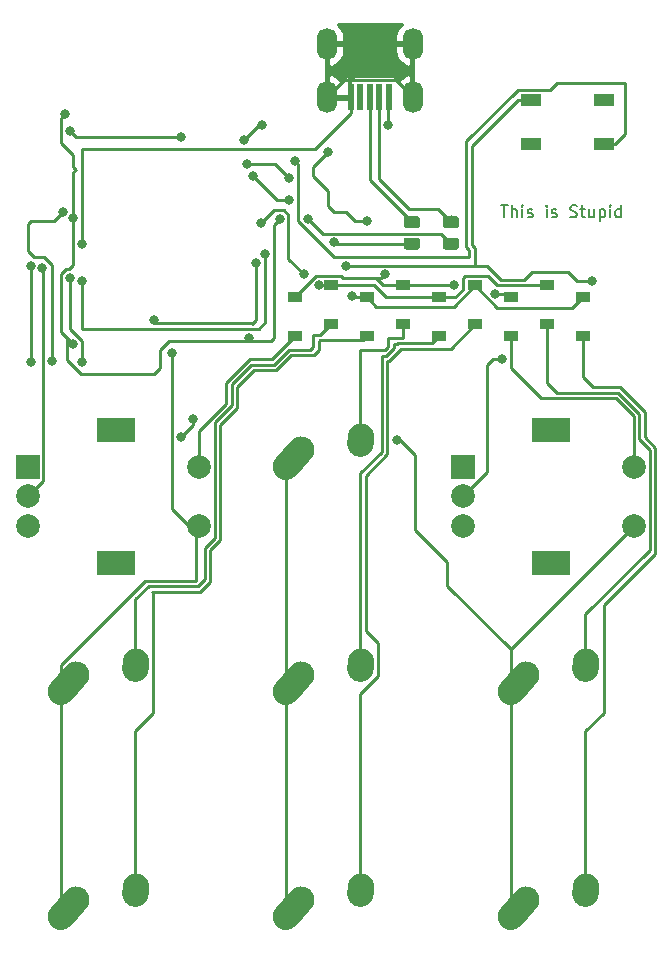
<source format=gtl>
%TF.GenerationSoftware,KiCad,Pcbnew,(5.1.9)-1*%
%TF.CreationDate,2021-04-28T07:42:15+10:00*%
%TF.ProjectId,Productivity Macro,50726f64-7563-4746-9976-697479204d61,rev?*%
%TF.SameCoordinates,Original*%
%TF.FileFunction,Copper,L1,Top*%
%TF.FilePolarity,Positive*%
%FSLAX46Y46*%
G04 Gerber Fmt 4.6, Leading zero omitted, Abs format (unit mm)*
G04 Created by KiCad (PCBNEW (5.1.9)-1) date 2021-04-28 07:42:15*
%MOMM*%
%LPD*%
G01*
G04 APERTURE LIST*
%TA.AperFunction,NonConductor*%
%ADD10C,0.150000*%
%TD*%
%TA.AperFunction,ComponentPad*%
%ADD11O,1.700000X2.700000*%
%TD*%
%TA.AperFunction,SMDPad,CuDef*%
%ADD12R,0.500000X2.250000*%
%TD*%
%TA.AperFunction,ComponentPad*%
%ADD13R,2.000000X2.000000*%
%TD*%
%TA.AperFunction,ComponentPad*%
%ADD14C,2.000000*%
%TD*%
%TA.AperFunction,ComponentPad*%
%ADD15R,3.200000X2.000000*%
%TD*%
%TA.AperFunction,SMDPad,CuDef*%
%ADD16R,1.800000X1.100000*%
%TD*%
%TA.AperFunction,ComponentPad*%
%ADD17C,2.250000*%
%TD*%
%TA.AperFunction,SMDPad,CuDef*%
%ADD18R,1.200000X0.900000*%
%TD*%
%TA.AperFunction,ViaPad*%
%ADD19C,0.800000*%
%TD*%
%TA.AperFunction,Conductor*%
%ADD20C,0.250000*%
%TD*%
%TA.AperFunction,Conductor*%
%ADD21C,0.254000*%
%TD*%
%TA.AperFunction,Conductor*%
%ADD22C,0.100000*%
%TD*%
G04 APERTURE END LIST*
D10*
X235903142Y-61174380D02*
X236474571Y-61174380D01*
X236188857Y-62174380D02*
X236188857Y-61174380D01*
X236807904Y-62174380D02*
X236807904Y-61174380D01*
X237236476Y-62174380D02*
X237236476Y-61650571D01*
X237188857Y-61555333D01*
X237093619Y-61507714D01*
X236950761Y-61507714D01*
X236855523Y-61555333D01*
X236807904Y-61602952D01*
X237712666Y-62174380D02*
X237712666Y-61507714D01*
X237712666Y-61174380D02*
X237665047Y-61222000D01*
X237712666Y-61269619D01*
X237760285Y-61222000D01*
X237712666Y-61174380D01*
X237712666Y-61269619D01*
X238141238Y-62126761D02*
X238236476Y-62174380D01*
X238426952Y-62174380D01*
X238522190Y-62126761D01*
X238569809Y-62031523D01*
X238569809Y-61983904D01*
X238522190Y-61888666D01*
X238426952Y-61841047D01*
X238284095Y-61841047D01*
X238188857Y-61793428D01*
X238141238Y-61698190D01*
X238141238Y-61650571D01*
X238188857Y-61555333D01*
X238284095Y-61507714D01*
X238426952Y-61507714D01*
X238522190Y-61555333D01*
X239760285Y-62174380D02*
X239760285Y-61507714D01*
X239760285Y-61174380D02*
X239712666Y-61222000D01*
X239760285Y-61269619D01*
X239807904Y-61222000D01*
X239760285Y-61174380D01*
X239760285Y-61269619D01*
X240188857Y-62126761D02*
X240284095Y-62174380D01*
X240474571Y-62174380D01*
X240569809Y-62126761D01*
X240617428Y-62031523D01*
X240617428Y-61983904D01*
X240569809Y-61888666D01*
X240474571Y-61841047D01*
X240331714Y-61841047D01*
X240236476Y-61793428D01*
X240188857Y-61698190D01*
X240188857Y-61650571D01*
X240236476Y-61555333D01*
X240331714Y-61507714D01*
X240474571Y-61507714D01*
X240569809Y-61555333D01*
X241760285Y-62126761D02*
X241903142Y-62174380D01*
X242141238Y-62174380D01*
X242236476Y-62126761D01*
X242284095Y-62079142D01*
X242331714Y-61983904D01*
X242331714Y-61888666D01*
X242284095Y-61793428D01*
X242236476Y-61745809D01*
X242141238Y-61698190D01*
X241950761Y-61650571D01*
X241855523Y-61602952D01*
X241807904Y-61555333D01*
X241760285Y-61460095D01*
X241760285Y-61364857D01*
X241807904Y-61269619D01*
X241855523Y-61222000D01*
X241950761Y-61174380D01*
X242188857Y-61174380D01*
X242331714Y-61222000D01*
X242617428Y-61507714D02*
X242998380Y-61507714D01*
X242760285Y-61174380D02*
X242760285Y-62031523D01*
X242807904Y-62126761D01*
X242903142Y-62174380D01*
X242998380Y-62174380D01*
X243760285Y-61507714D02*
X243760285Y-62174380D01*
X243331714Y-61507714D02*
X243331714Y-62031523D01*
X243379333Y-62126761D01*
X243474571Y-62174380D01*
X243617428Y-62174380D01*
X243712666Y-62126761D01*
X243760285Y-62079142D01*
X244236476Y-61507714D02*
X244236476Y-62507714D01*
X244236476Y-61555333D02*
X244331714Y-61507714D01*
X244522190Y-61507714D01*
X244617428Y-61555333D01*
X244665047Y-61602952D01*
X244712666Y-61698190D01*
X244712666Y-61983904D01*
X244665047Y-62079142D01*
X244617428Y-62126761D01*
X244522190Y-62174380D01*
X244331714Y-62174380D01*
X244236476Y-62126761D01*
X245141238Y-62174380D02*
X245141238Y-61507714D01*
X245141238Y-61174380D02*
X245093619Y-61222000D01*
X245141238Y-61269619D01*
X245188857Y-61222000D01*
X245141238Y-61174380D01*
X245141238Y-61269619D01*
X246046000Y-62174380D02*
X246046000Y-61174380D01*
X246046000Y-62126761D02*
X245950761Y-62174380D01*
X245760285Y-62174380D01*
X245665047Y-62126761D01*
X245617428Y-62079142D01*
X245569809Y-61983904D01*
X245569809Y-61698190D01*
X245617428Y-61602952D01*
X245665047Y-61555333D01*
X245760285Y-61507714D01*
X245950761Y-61507714D01*
X246046000Y-61555333D01*
D11*
%TO.P,USB1,6*%
%TO.N,GND*%
X228440000Y-47498000D03*
X221140000Y-47498000D03*
X221140000Y-51998000D03*
X228440000Y-51998000D03*
D12*
%TO.P,USB1,5*%
%TO.N,VCC*%
X226390000Y-51998000D03*
%TO.P,USB1,4*%
%TO.N,D-*%
X225590000Y-51998000D03*
%TO.P,USB1,3*%
%TO.N,D+*%
X224790000Y-51998000D03*
%TO.P,USB1,2*%
%TO.N,Net-(USB1-Pad2)*%
X223990000Y-51998000D03*
%TO.P,USB1,1*%
%TO.N,GND*%
X223190000Y-51998000D03*
%TD*%
D13*
%TO.P,SW3,A*%
%TO.N,PINA1*%
X232664000Y-83312000D03*
D14*
%TO.P,SW3,C*%
%TO.N,GND*%
X232664000Y-85812000D03*
%TO.P,SW3,B*%
%TO.N,PINB1*%
X232664000Y-88312000D03*
D15*
%TO.P,SW3,MP*%
%TO.N,N/C*%
X240164000Y-80212000D03*
X240164000Y-91412000D03*
D14*
%TO.P,SW3,S2*%
%TO.N,Net-(D2-Pad2)*%
X247164000Y-83312000D03*
%TO.P,SW3,S1*%
%TO.N,COL2*%
X247164000Y-88312000D03*
%TD*%
D13*
%TO.P,SW2,A*%
%TO.N,PINA*%
X195834000Y-83312000D03*
D14*
%TO.P,SW2,C*%
%TO.N,GND*%
X195834000Y-85812000D03*
%TO.P,SW2,B*%
%TO.N,PINB*%
X195834000Y-88312000D03*
D15*
%TO.P,SW2,MP*%
%TO.N,N/C*%
X203334000Y-80212000D03*
X203334000Y-91412000D03*
D14*
%TO.P,SW2,S2*%
%TO.N,Net-(D1-Pad2)*%
X210334000Y-83312000D03*
%TO.P,SW2,S1*%
%TO.N,COL0*%
X210334000Y-88312000D03*
%TD*%
D16*
%TO.P,SW1,4*%
%TO.N,N/C*%
X244654000Y-52252000D03*
%TO.P,SW1,3*%
X238454000Y-55952000D03*
%TO.P,SW1,2*%
%TO.N,Net-(R1-Pad2)*%
X244654000Y-55952000D03*
%TO.P,SW1,1*%
%TO.N,GND*%
X238454000Y-52252000D03*
%TD*%
%TO.P,R3,2*%
%TO.N,D-*%
%TA.AperFunction,SMDPad,CuDef*%
G36*
G01*
X232098001Y-63100000D02*
X231197999Y-63100000D01*
G75*
G02*
X230948000Y-62850001I0J249999D01*
G01*
X230948000Y-62324999D01*
G75*
G02*
X231197999Y-62075000I249999J0D01*
G01*
X232098001Y-62075000D01*
G75*
G02*
X232348000Y-62324999I0J-249999D01*
G01*
X232348000Y-62850001D01*
G75*
G02*
X232098001Y-63100000I-249999J0D01*
G01*
G37*
%TD.AperFunction*%
%TO.P,R3,1*%
%TO.N,Net-(R3-Pad1)*%
%TA.AperFunction,SMDPad,CuDef*%
G36*
G01*
X232098001Y-64925000D02*
X231197999Y-64925000D01*
G75*
G02*
X230948000Y-64675001I0J249999D01*
G01*
X230948000Y-64149999D01*
G75*
G02*
X231197999Y-63900000I249999J0D01*
G01*
X232098001Y-63900000D01*
G75*
G02*
X232348000Y-64149999I0J-249999D01*
G01*
X232348000Y-64675001D01*
G75*
G02*
X232098001Y-64925000I-249999J0D01*
G01*
G37*
%TD.AperFunction*%
%TD*%
%TO.P,R2,2*%
%TO.N,D+*%
%TA.AperFunction,SMDPad,CuDef*%
G36*
G01*
X228796001Y-63100000D02*
X227895999Y-63100000D01*
G75*
G02*
X227646000Y-62850001I0J249999D01*
G01*
X227646000Y-62324999D01*
G75*
G02*
X227895999Y-62075000I249999J0D01*
G01*
X228796001Y-62075000D01*
G75*
G02*
X229046000Y-62324999I0J-249999D01*
G01*
X229046000Y-62850001D01*
G75*
G02*
X228796001Y-63100000I-249999J0D01*
G01*
G37*
%TD.AperFunction*%
%TO.P,R2,1*%
%TO.N,Net-(R2-Pad1)*%
%TA.AperFunction,SMDPad,CuDef*%
G36*
G01*
X228796001Y-64925000D02*
X227895999Y-64925000D01*
G75*
G02*
X227646000Y-64675001I0J249999D01*
G01*
X227646000Y-64149999D01*
G75*
G02*
X227895999Y-63900000I249999J0D01*
G01*
X228796001Y-63900000D01*
G75*
G02*
X229046000Y-64149999I0J-249999D01*
G01*
X229046000Y-64675001D01*
G75*
G02*
X228796001Y-64925000I-249999J0D01*
G01*
G37*
%TD.AperFunction*%
%TD*%
D17*
%TO.P,MX7,1*%
%TO.N,COL2*%
X238038000Y-119952000D03*
%TA.AperFunction,ComponentPad*%
G36*
G01*
X235976688Y-122249350D02*
X235976683Y-122249345D01*
G75*
G02*
X235890655Y-120660683I751317J837345D01*
G01*
X237200657Y-119200683D01*
G75*
G02*
X238789319Y-119114655I837345J-751317D01*
G01*
X238789319Y-119114655D01*
G75*
G02*
X238875347Y-120703317I-751317J-837345D01*
G01*
X237565345Y-122163317D01*
G75*
G02*
X235976683Y-122249345I-837345J751317D01*
G01*
G37*
%TD.AperFunction*%
%TO.P,MX7,2*%
%TO.N,Net-(D9-Pad2)*%
X243078000Y-118872000D03*
%TA.AperFunction,ComponentPad*%
G36*
G01*
X242961483Y-120574395D02*
X242960597Y-120574334D01*
G75*
G02*
X241915666Y-119374597I77403J1122334D01*
G01*
X241955666Y-118794597D01*
G75*
G02*
X243155403Y-117749666I1122334J-77403D01*
G01*
X243155403Y-117749666D01*
G75*
G02*
X244200334Y-118949403I-77403J-1122334D01*
G01*
X244160334Y-119529403D01*
G75*
G02*
X242960597Y-120574334I-1122334J77403D01*
G01*
G37*
%TD.AperFunction*%
%TD*%
%TO.P,MX6,1*%
%TO.N,COL1*%
X218988000Y-119952000D03*
%TA.AperFunction,ComponentPad*%
G36*
G01*
X216926688Y-122249350D02*
X216926683Y-122249345D01*
G75*
G02*
X216840655Y-120660683I751317J837345D01*
G01*
X218150657Y-119200683D01*
G75*
G02*
X219739319Y-119114655I837345J-751317D01*
G01*
X219739319Y-119114655D01*
G75*
G02*
X219825347Y-120703317I-751317J-837345D01*
G01*
X218515345Y-122163317D01*
G75*
G02*
X216926683Y-122249345I-837345J751317D01*
G01*
G37*
%TD.AperFunction*%
%TO.P,MX6,2*%
%TO.N,Net-(D8-Pad2)*%
X224028000Y-118872000D03*
%TA.AperFunction,ComponentPad*%
G36*
G01*
X223911483Y-120574395D02*
X223910597Y-120574334D01*
G75*
G02*
X222865666Y-119374597I77403J1122334D01*
G01*
X222905666Y-118794597D01*
G75*
G02*
X224105403Y-117749666I1122334J-77403D01*
G01*
X224105403Y-117749666D01*
G75*
G02*
X225150334Y-118949403I-77403J-1122334D01*
G01*
X225110334Y-119529403D01*
G75*
G02*
X223910597Y-120574334I-1122334J77403D01*
G01*
G37*
%TD.AperFunction*%
%TD*%
%TO.P,MX5,1*%
%TO.N,COL0*%
X199938000Y-119952000D03*
%TA.AperFunction,ComponentPad*%
G36*
G01*
X197876688Y-122249350D02*
X197876683Y-122249345D01*
G75*
G02*
X197790655Y-120660683I751317J837345D01*
G01*
X199100657Y-119200683D01*
G75*
G02*
X200689319Y-119114655I837345J-751317D01*
G01*
X200689319Y-119114655D01*
G75*
G02*
X200775347Y-120703317I-751317J-837345D01*
G01*
X199465345Y-122163317D01*
G75*
G02*
X197876683Y-122249345I-837345J751317D01*
G01*
G37*
%TD.AperFunction*%
%TO.P,MX5,2*%
%TO.N,Net-(D7-Pad2)*%
X204978000Y-118872000D03*
%TA.AperFunction,ComponentPad*%
G36*
G01*
X204861483Y-120574395D02*
X204860597Y-120574334D01*
G75*
G02*
X203815666Y-119374597I77403J1122334D01*
G01*
X203855666Y-118794597D01*
G75*
G02*
X205055403Y-117749666I1122334J-77403D01*
G01*
X205055403Y-117749666D01*
G75*
G02*
X206100334Y-118949403I-77403J-1122334D01*
G01*
X206060334Y-119529403D01*
G75*
G02*
X204860597Y-120574334I-1122334J77403D01*
G01*
G37*
%TD.AperFunction*%
%TD*%
%TO.P,MX4,1*%
%TO.N,COL2*%
X238038000Y-100902000D03*
%TA.AperFunction,ComponentPad*%
G36*
G01*
X235976688Y-103199350D02*
X235976683Y-103199345D01*
G75*
G02*
X235890655Y-101610683I751317J837345D01*
G01*
X237200657Y-100150683D01*
G75*
G02*
X238789319Y-100064655I837345J-751317D01*
G01*
X238789319Y-100064655D01*
G75*
G02*
X238875347Y-101653317I-751317J-837345D01*
G01*
X237565345Y-103113317D01*
G75*
G02*
X235976683Y-103199345I-837345J751317D01*
G01*
G37*
%TD.AperFunction*%
%TO.P,MX4,2*%
%TO.N,Net-(D6-Pad2)*%
X243078000Y-99822000D03*
%TA.AperFunction,ComponentPad*%
G36*
G01*
X242961483Y-101524395D02*
X242960597Y-101524334D01*
G75*
G02*
X241915666Y-100324597I77403J1122334D01*
G01*
X241955666Y-99744597D01*
G75*
G02*
X243155403Y-98699666I1122334J-77403D01*
G01*
X243155403Y-98699666D01*
G75*
G02*
X244200334Y-99899403I-77403J-1122334D01*
G01*
X244160334Y-100479403D01*
G75*
G02*
X242960597Y-101524334I-1122334J77403D01*
G01*
G37*
%TD.AperFunction*%
%TD*%
%TO.P,MX3,1*%
%TO.N,COL1*%
X218988000Y-100902000D03*
%TA.AperFunction,ComponentPad*%
G36*
G01*
X216926688Y-103199350D02*
X216926683Y-103199345D01*
G75*
G02*
X216840655Y-101610683I751317J837345D01*
G01*
X218150657Y-100150683D01*
G75*
G02*
X219739319Y-100064655I837345J-751317D01*
G01*
X219739319Y-100064655D01*
G75*
G02*
X219825347Y-101653317I-751317J-837345D01*
G01*
X218515345Y-103113317D01*
G75*
G02*
X216926683Y-103199345I-837345J751317D01*
G01*
G37*
%TD.AperFunction*%
%TO.P,MX3,2*%
%TO.N,Net-(D5-Pad2)*%
X224028000Y-99822000D03*
%TA.AperFunction,ComponentPad*%
G36*
G01*
X223911483Y-101524395D02*
X223910597Y-101524334D01*
G75*
G02*
X222865666Y-100324597I77403J1122334D01*
G01*
X222905666Y-99744597D01*
G75*
G02*
X224105403Y-98699666I1122334J-77403D01*
G01*
X224105403Y-98699666D01*
G75*
G02*
X225150334Y-99899403I-77403J-1122334D01*
G01*
X225110334Y-100479403D01*
G75*
G02*
X223910597Y-101524334I-1122334J77403D01*
G01*
G37*
%TD.AperFunction*%
%TD*%
%TO.P,MX2,1*%
%TO.N,COL0*%
X199938000Y-100902000D03*
%TA.AperFunction,ComponentPad*%
G36*
G01*
X197876688Y-103199350D02*
X197876683Y-103199345D01*
G75*
G02*
X197790655Y-101610683I751317J837345D01*
G01*
X199100657Y-100150683D01*
G75*
G02*
X200689319Y-100064655I837345J-751317D01*
G01*
X200689319Y-100064655D01*
G75*
G02*
X200775347Y-101653317I-751317J-837345D01*
G01*
X199465345Y-103113317D01*
G75*
G02*
X197876683Y-103199345I-837345J751317D01*
G01*
G37*
%TD.AperFunction*%
%TO.P,MX2,2*%
%TO.N,Net-(D4-Pad2)*%
X204978000Y-99822000D03*
%TA.AperFunction,ComponentPad*%
G36*
G01*
X204861483Y-101524395D02*
X204860597Y-101524334D01*
G75*
G02*
X203815666Y-100324597I77403J1122334D01*
G01*
X203855666Y-99744597D01*
G75*
G02*
X205055403Y-98699666I1122334J-77403D01*
G01*
X205055403Y-98699666D01*
G75*
G02*
X206100334Y-99899403I-77403J-1122334D01*
G01*
X206060334Y-100479403D01*
G75*
G02*
X204860597Y-101524334I-1122334J77403D01*
G01*
G37*
%TD.AperFunction*%
%TD*%
%TO.P,MX1,1*%
%TO.N,COL1*%
X218988000Y-81852000D03*
%TA.AperFunction,ComponentPad*%
G36*
G01*
X216926688Y-84149350D02*
X216926683Y-84149345D01*
G75*
G02*
X216840655Y-82560683I751317J837345D01*
G01*
X218150657Y-81100683D01*
G75*
G02*
X219739319Y-81014655I837345J-751317D01*
G01*
X219739319Y-81014655D01*
G75*
G02*
X219825347Y-82603317I-751317J-837345D01*
G01*
X218515345Y-84063317D01*
G75*
G02*
X216926683Y-84149345I-837345J751317D01*
G01*
G37*
%TD.AperFunction*%
%TO.P,MX1,2*%
%TO.N,Net-(D3-Pad2)*%
X224028000Y-80772000D03*
%TA.AperFunction,ComponentPad*%
G36*
G01*
X223911483Y-82474395D02*
X223910597Y-82474334D01*
G75*
G02*
X222865666Y-81274597I77403J1122334D01*
G01*
X222905666Y-80694597D01*
G75*
G02*
X224105403Y-79649666I1122334J-77403D01*
G01*
X224105403Y-79649666D01*
G75*
G02*
X225150334Y-80849403I-77403J-1122334D01*
G01*
X225110334Y-81429403D01*
G75*
G02*
X223910597Y-82474334I-1122334J77403D01*
G01*
G37*
%TD.AperFunction*%
%TD*%
D18*
%TO.P,D9,2*%
%TO.N,Net-(D9-Pad2)*%
X242824000Y-72262000D03*
%TO.P,D9,1*%
%TO.N,ROW2*%
X242824000Y-68962000D03*
%TD*%
%TO.P,D8,2*%
%TO.N,Net-(D8-Pad2)*%
X233680000Y-71246000D03*
%TO.P,D8,1*%
%TO.N,ROW2*%
X233680000Y-67946000D03*
%TD*%
%TO.P,D7,2*%
%TO.N,Net-(D7-Pad2)*%
X224536000Y-72262000D03*
%TO.P,D7,1*%
%TO.N,ROW2*%
X224536000Y-68962000D03*
%TD*%
%TO.P,D6,2*%
%TO.N,Net-(D6-Pad2)*%
X239776000Y-71246000D03*
%TO.P,D6,1*%
%TO.N,ROW1*%
X239776000Y-67946000D03*
%TD*%
%TO.P,D5,2*%
%TO.N,Net-(D5-Pad2)*%
X230632000Y-72262000D03*
%TO.P,D5,1*%
%TO.N,ROW1*%
X230632000Y-68962000D03*
%TD*%
%TO.P,D4,2*%
%TO.N,Net-(D4-Pad2)*%
X221488000Y-71246000D03*
%TO.P,D4,1*%
%TO.N,ROW1*%
X221488000Y-67946000D03*
%TD*%
%TO.P,D3,2*%
%TO.N,Net-(D3-Pad2)*%
X227584000Y-71246000D03*
%TO.P,D3,1*%
%TO.N,ROW0*%
X227584000Y-67946000D03*
%TD*%
%TO.P,D2,2*%
%TO.N,Net-(D2-Pad2)*%
X236728000Y-72262000D03*
%TO.P,D2,1*%
%TO.N,ROW0*%
X236728000Y-68962000D03*
%TD*%
%TO.P,D1,2*%
%TO.N,Net-(D1-Pad2)*%
X218440000Y-72262000D03*
%TO.P,D1,1*%
%TO.N,ROW0*%
X218440000Y-68962000D03*
%TD*%
D19*
%TO.N,GND*%
X222758000Y-66294000D03*
X200406000Y-64479000D03*
X214413000Y-57658000D03*
X217969000Y-58891000D03*
X235966000Y-74168000D03*
X243586000Y-67564000D03*
X197072588Y-66468891D03*
%TO.N,+5V*%
X199013653Y-53462347D03*
X199681000Y-62230000D03*
X199681000Y-62230000D03*
X199657847Y-72921153D03*
X217169999Y-62324990D03*
X214599442Y-72359442D03*
X214921000Y-58682953D03*
X217969000Y-60706000D03*
%TO.N,ROW0*%
X231939000Y-67940142D03*
X235422782Y-68652389D03*
X226060000Y-67019000D03*
X224536000Y-62484000D03*
X221234000Y-56642000D03*
X215646000Y-54356000D03*
X214122000Y-55626000D03*
%TO.N,ROW1*%
X220501653Y-67925652D03*
X219202000Y-67019000D03*
X215562993Y-62683292D03*
%TO.N,ROW2*%
X223266000Y-68834000D03*
%TO.N,VCC*%
X226315000Y-54356000D03*
%TO.N,COL0*%
X208026000Y-73660000D03*
%TO.N,COL2*%
X227076000Y-81026000D03*
%TO.N,Net-(R1-Pad2)*%
X218440000Y-57404000D03*
X208788000Y-55372000D03*
X199390000Y-54864000D03*
%TO.N,Net-(R2-Pad1)*%
X221742000Y-64299990D03*
X215138000Y-66040000D03*
X206502000Y-70903000D03*
X200406000Y-74422000D03*
X199390000Y-67310000D03*
%TO.N,Net-(R3-Pad1)*%
X219587653Y-62352347D03*
X215943348Y-65321348D03*
X200406000Y-67564000D03*
%TO.N,PINA*%
X196088000Y-74422000D03*
X196088000Y-66294000D03*
%TO.N,PINB*%
X197884001Y-74385000D03*
X198837120Y-61693465D03*
%TO.N,PINB1*%
X209808653Y-79243347D03*
X208788000Y-80772000D03*
%TD*%
D20*
%TO.N,GND*%
X223190000Y-53373000D02*
X220175000Y-56388000D01*
X223190000Y-51998000D02*
X223190000Y-53373000D01*
X220175000Y-56388000D02*
X200406000Y-56388000D01*
X200406000Y-56388000D02*
X200406000Y-64262000D01*
X238454000Y-52252000D02*
X237308000Y-52252000D01*
X237308000Y-52252000D02*
X233426000Y-56134000D01*
X233680000Y-64793780D02*
X233680000Y-66294000D01*
X233426000Y-64539780D02*
X233680000Y-64793780D01*
X233426000Y-56134000D02*
X233426000Y-64539780D01*
X200406000Y-64262000D02*
X200406000Y-64479000D01*
X216736000Y-57658000D02*
X217969000Y-58891000D01*
X214413000Y-57658000D02*
X216736000Y-57658000D01*
X232664000Y-85812000D02*
X234696000Y-83780000D01*
X234696000Y-83780000D02*
X234696000Y-74676000D01*
X235204000Y-74168000D02*
X235966000Y-74168000D01*
X234696000Y-74676000D02*
X235204000Y-74168000D01*
X243586000Y-67564000D02*
X242316000Y-67564000D01*
X242316000Y-67564000D02*
X241554000Y-66802000D01*
X238506000Y-66802000D02*
X237812010Y-67495990D01*
X241554000Y-66802000D02*
X238506000Y-66802000D01*
X237812010Y-67495990D02*
X235897990Y-67495990D01*
X234696000Y-66294000D02*
X233426000Y-66294000D01*
X235897990Y-67495990D02*
X234696000Y-66294000D01*
X233426000Y-66294000D02*
X222758000Y-66294000D01*
X233680000Y-66294000D02*
X233426000Y-66294000D01*
X197159001Y-84486999D02*
X197159001Y-76652999D01*
X195834000Y-85812000D02*
X197159001Y-84486999D01*
X197159001Y-76652999D02*
X197159001Y-66603001D01*
X221140000Y-51998000D02*
X221140000Y-47498000D01*
X221140000Y-47498000D02*
X228440000Y-47498000D01*
X228440000Y-47498000D02*
X228440000Y-51998000D01*
X222590001Y-50547999D02*
X221140000Y-51998000D01*
X226989999Y-50547999D02*
X222590001Y-50547999D01*
X228440000Y-51998000D02*
X226989999Y-50547999D01*
X221140000Y-51998000D02*
X223190000Y-51998000D01*
X197159001Y-66555304D02*
X197072588Y-66468891D01*
X197159001Y-66603001D02*
X197159001Y-66555304D01*
%TO.N,+5V*%
X198613654Y-53862346D02*
X198613654Y-55865654D01*
X199013653Y-53462347D02*
X198613654Y-53862346D01*
X198613654Y-55865654D02*
X199644000Y-56896000D01*
X199644000Y-56896000D02*
X199644000Y-57912000D01*
X199644000Y-57912000D02*
X199898000Y-58166000D01*
X199898000Y-58166000D02*
X199681000Y-58383000D01*
X199353001Y-66584999D02*
X199041999Y-66584999D01*
X199681000Y-66257000D02*
X199353001Y-66584999D01*
X199681000Y-61251000D02*
X199681000Y-66257000D01*
X199681000Y-58383000D02*
X199681000Y-61251000D01*
X199681000Y-61251000D02*
X199681000Y-62230000D01*
X199041999Y-66584999D02*
X198853499Y-66773499D01*
X198664999Y-66961999D02*
X198664999Y-71928305D01*
X198853499Y-66773499D02*
X198664999Y-66961999D01*
X199131347Y-72394653D02*
X199131347Y-74220349D01*
X198664999Y-71928305D02*
X199131347Y-72394653D01*
X199131347Y-74220349D02*
X200348998Y-75438000D01*
X199131347Y-72394653D02*
X199657847Y-72921153D01*
X200348998Y-75438000D02*
X206502000Y-75438000D01*
X206502000Y-75438000D02*
X207010000Y-74930000D01*
X207010000Y-74930000D02*
X207010000Y-73406000D01*
X207010000Y-73406000D02*
X207772000Y-72644000D01*
X216668349Y-62826640D02*
X217169999Y-62324990D01*
X216668349Y-72383651D02*
X216668349Y-62826640D01*
X216408000Y-72644000D02*
X216668349Y-72383651D01*
X214314884Y-72644000D02*
X214599442Y-72359442D01*
X214122000Y-72644000D02*
X216408000Y-72644000D01*
X207772000Y-72644000D02*
X214122000Y-72644000D01*
X214122000Y-72644000D02*
X214314884Y-72644000D01*
X216944047Y-60706000D02*
X217969000Y-60706000D01*
X214921000Y-58682953D02*
X216944047Y-60706000D01*
%TO.N,Net-(D1-Pad2)*%
X210334000Y-83312000D02*
X210334000Y-80242000D01*
X210334000Y-80242000D02*
X212598000Y-77978000D01*
X212598000Y-77978000D02*
X212598000Y-76200000D01*
X212598000Y-76200000D02*
X214630000Y-74168000D01*
X216534000Y-74168000D02*
X218440000Y-72262000D01*
X214630000Y-74168000D02*
X216534000Y-74168000D01*
%TO.N,ROW0*%
X222348001Y-67170999D02*
X222504000Y-67326998D01*
X218440000Y-68962000D02*
X220231001Y-67170999D01*
X225934000Y-67946000D02*
X227584000Y-67946000D01*
X225314998Y-67326998D02*
X225934000Y-67946000D01*
X231933142Y-67946000D02*
X231939000Y-67940142D01*
X227584000Y-67946000D02*
X231933142Y-67946000D01*
X236418389Y-68652389D02*
X236728000Y-68962000D01*
X235422782Y-68652389D02*
X236418389Y-68652389D01*
X220231001Y-67170999D02*
X222348001Y-67170999D01*
X225752002Y-67326998D02*
X226060000Y-67019000D01*
X224806998Y-67326998D02*
X225752002Y-67326998D01*
X222504000Y-67326998D02*
X224806998Y-67326998D01*
X224806998Y-67326998D02*
X225314998Y-67326998D01*
X224536000Y-62484000D02*
X223520000Y-62484000D01*
X223520000Y-62484000D02*
X222758000Y-61722000D01*
X222758000Y-61722000D02*
X221742000Y-61722000D01*
X221742000Y-61722000D02*
X221234000Y-61214000D01*
X221234000Y-61214000D02*
X221234000Y-59944000D01*
X221234000Y-59944000D02*
X219964000Y-58674000D01*
X219964000Y-57912000D02*
X221234000Y-56642000D01*
X219964000Y-58674000D02*
X219964000Y-57912000D01*
X215392000Y-54356000D02*
X214122000Y-55626000D01*
X215646000Y-54356000D02*
X215392000Y-54356000D01*
%TO.N,Net-(D2-Pad2)*%
X247164000Y-83312000D02*
X247164000Y-79016000D01*
X247164000Y-79016000D02*
X245618000Y-77470000D01*
X245618000Y-77470000D02*
X239268000Y-77470000D01*
X236728000Y-74930000D02*
X236728000Y-72262000D01*
X239268000Y-77470000D02*
X236728000Y-74930000D01*
%TO.N,Net-(D3-Pad2)*%
X223988000Y-81352000D02*
X223988000Y-73446000D01*
X223988000Y-73446000D02*
X224028000Y-73406000D01*
X224028000Y-73406000D02*
X226060000Y-73406000D01*
X226060000Y-73406000D02*
X226314000Y-73152000D01*
X226314000Y-73152000D02*
X226314000Y-72390000D01*
X226314000Y-72390000D02*
X227584000Y-72390000D01*
X227584000Y-72390000D02*
X227584000Y-71246000D01*
%TO.N,Net-(D4-Pad2)*%
X204938000Y-100402000D02*
X204938000Y-100878000D01*
X204938000Y-100402000D02*
X204938000Y-94528000D01*
X210244400Y-93414010D02*
X210820000Y-92838410D01*
X206051990Y-93414010D02*
X210244400Y-93414010D01*
X204938000Y-94528000D02*
X206051990Y-93414010D01*
X210820000Y-92838410D02*
X210820000Y-90170000D01*
X211659001Y-79553409D02*
X213106000Y-78106410D01*
X211659001Y-89330999D02*
X211659001Y-79553409D01*
X210820000Y-90170000D02*
X211659001Y-89330999D01*
X213106000Y-78106410D02*
X213106000Y-76328410D01*
X213106000Y-76328410D02*
X214758410Y-74676000D01*
X214758410Y-74676000D02*
X216662000Y-74676000D01*
X216719990Y-74618010D02*
X216720401Y-74618009D01*
X216662000Y-74676000D02*
X216719990Y-74618010D01*
X216720401Y-74618009D02*
X217932410Y-73406000D01*
X217932410Y-73406000D02*
X219710000Y-73406000D01*
X219710000Y-73406000D02*
X219964000Y-73152000D01*
X219964000Y-73152000D02*
X219964000Y-72136000D01*
X220598000Y-72136000D02*
X221488000Y-71246000D01*
X219964000Y-72136000D02*
X220598000Y-72136000D01*
%TO.N,ROW1*%
X226171002Y-68962000D02*
X230632000Y-68962000D01*
X225155002Y-67946000D02*
X226171002Y-68962000D01*
X221488000Y-67946000D02*
X225155002Y-67946000D01*
X230632000Y-68962000D02*
X232027590Y-68962000D01*
X232027590Y-68962000D02*
X232664000Y-68325590D01*
X232819999Y-67170999D02*
X234810999Y-67170999D01*
X232664000Y-67326998D02*
X232819999Y-67170999D01*
X232664000Y-68325590D02*
X232664000Y-67326998D01*
X235586000Y-67946000D02*
X239776000Y-67946000D01*
X234810999Y-67170999D02*
X235586000Y-67946000D01*
X220522001Y-67946000D02*
X220501653Y-67925652D01*
X221488000Y-67946000D02*
X220522001Y-67946000D01*
X217518000Y-61599989D02*
X216646296Y-61599989D01*
X216646296Y-61599989D02*
X215562993Y-62683292D01*
X217895000Y-61976989D02*
X217518000Y-61599989D01*
X217895000Y-65712000D02*
X217895000Y-61976989D01*
X219202000Y-67019000D02*
X217895000Y-65712000D01*
%TO.N,Net-(D5-Pad2)*%
X223988000Y-100402000D02*
X223988000Y-83860000D01*
X223988000Y-83860000D02*
X225806000Y-82042000D01*
X225806000Y-82042000D02*
X225806000Y-73914000D01*
X226188410Y-73914000D02*
X226822000Y-73280410D01*
X225806000Y-73914000D02*
X226188410Y-73914000D01*
X226822000Y-73280410D02*
X226822000Y-72898000D01*
X230053990Y-72840010D02*
X230632000Y-72262000D01*
X227133990Y-72840010D02*
X230053990Y-72840010D01*
X227076000Y-72898000D02*
X227133990Y-72840010D01*
X226822000Y-72898000D02*
X227076000Y-72898000D01*
%TO.N,Net-(D6-Pad2)*%
X243038000Y-100402000D02*
X243038000Y-95798000D01*
X248489001Y-90346999D02*
X248489001Y-81865001D01*
X243038000Y-95798000D02*
X248489001Y-90346999D01*
X248489001Y-81865001D02*
X247614010Y-80990010D01*
X247614009Y-78829599D02*
X245804400Y-77019990D01*
X247614010Y-80990010D02*
X247614009Y-78829599D01*
X245804400Y-77019990D02*
X240595990Y-77019990D01*
X239776000Y-76200000D02*
X239776000Y-71246000D01*
X240595990Y-77019990D02*
X239776000Y-76200000D01*
%TO.N,Net-(D7-Pad2)*%
X206465896Y-104178102D02*
X206465896Y-93943896D01*
X204938000Y-105705998D02*
X206465896Y-104178102D01*
X206465896Y-93943896D02*
X206386020Y-93864020D01*
X204938000Y-119452000D02*
X204938000Y-105705998D01*
X210430801Y-93864019D02*
X211270010Y-93024810D01*
X206386020Y-93864020D02*
X210430801Y-93864019D01*
X211270010Y-90356400D02*
X212109010Y-89517400D01*
X211270010Y-93024810D02*
X211270010Y-90356400D01*
X212109010Y-89517400D02*
X212109010Y-79739810D01*
X213556010Y-78292810D02*
X213556010Y-76514810D01*
X212109010Y-79739810D02*
X213556010Y-78292810D01*
X213556010Y-76514810D02*
X214944810Y-75126010D01*
X214944810Y-75126010D02*
X216848810Y-75126010D01*
X218118810Y-73856010D02*
X220021990Y-73856010D01*
X216848810Y-75126010D02*
X218118810Y-73856010D01*
X220021990Y-73856010D02*
X220472000Y-73406000D01*
X220472000Y-73406000D02*
X220472000Y-72644000D01*
X224211990Y-72586010D02*
X224536000Y-72262000D01*
X220529990Y-72586010D02*
X224211990Y-72586010D01*
X220472000Y-72644000D02*
X220529990Y-72586010D01*
%TO.N,ROW2*%
X231888999Y-69737001D02*
X233680000Y-67946000D01*
X225311001Y-69737001D02*
X231888999Y-69737001D01*
X224536000Y-68962000D02*
X225311001Y-69737001D01*
X233680000Y-67946000D02*
X235584000Y-69850000D01*
X241936000Y-69850000D02*
X242824000Y-68962000D01*
X235584000Y-69850000D02*
X241936000Y-69850000D01*
X223394000Y-68962000D02*
X223266000Y-68834000D01*
X224536000Y-68962000D02*
X223394000Y-68962000D01*
%TO.N,Net-(D8-Pad2)*%
X225515896Y-98261896D02*
X224438010Y-97184010D01*
X225515896Y-100978306D02*
X225515896Y-98261896D01*
X223988000Y-102506202D02*
X225515896Y-100978306D01*
X223988000Y-119452000D02*
X223988000Y-102506202D01*
X224438010Y-84046400D02*
X226256010Y-82228400D01*
X224438010Y-97184010D02*
X224438010Y-84046400D01*
X226256010Y-74364010D02*
X226374811Y-74364009D01*
X226256010Y-82228400D02*
X226256010Y-74364010D01*
X231635980Y-73290020D02*
X233680000Y-71246000D01*
X227448800Y-73290020D02*
X231635980Y-73290020D01*
X226374811Y-74364009D02*
X227448800Y-73290020D01*
%TO.N,Net-(D9-Pad2)*%
X243038000Y-105705998D02*
X244602000Y-104141998D01*
X243038000Y-119452000D02*
X243038000Y-105705998D01*
X244602000Y-104141998D02*
X244602000Y-94996000D01*
X248939011Y-90658989D02*
X248939010Y-81678600D01*
X244602000Y-94996000D02*
X248939011Y-90658989D01*
X248064018Y-78643198D02*
X245990800Y-76569980D01*
X248064018Y-80803608D02*
X248064018Y-78643198D01*
X248939010Y-81678600D02*
X248064018Y-80803608D01*
X245990800Y-76569980D02*
X243701980Y-76569980D01*
X242824000Y-75692000D02*
X242824000Y-72262000D01*
X243701980Y-76569980D02*
X242824000Y-75692000D01*
%TO.N,VCC*%
X226315000Y-52073000D02*
X226390000Y-51998000D01*
X226315000Y-54356000D02*
X226315000Y-52073000D01*
%TO.N,COL1*%
X217678000Y-83312000D02*
X217678000Y-102362000D01*
X217678000Y-102362000D02*
X217678000Y-121412000D01*
%TO.N,COL0*%
X198628000Y-121412000D02*
X198628000Y-102362000D01*
X198628000Y-102362000D02*
X198628000Y-100076000D01*
X198628000Y-100076000D02*
X205740000Y-92964000D01*
X205740000Y-92964000D02*
X210058000Y-92964000D01*
X210058000Y-88588000D02*
X210334000Y-88312000D01*
X210058000Y-92964000D02*
X210058000Y-88588000D01*
X210334000Y-88312000D02*
X209470000Y-88312000D01*
X208026000Y-86868000D02*
X208026000Y-73660000D01*
X209470000Y-88312000D02*
X208026000Y-86868000D01*
%TO.N,COL2*%
X236728000Y-102212000D02*
X238038000Y-100902000D01*
X236728000Y-121412000D02*
X236728000Y-102212000D01*
X236728000Y-98748000D02*
X247164000Y-88312000D01*
X236728000Y-102362000D02*
X236728000Y-98748000D01*
X231338999Y-93358999D02*
X231338999Y-91384999D01*
X236728000Y-98748000D02*
X231338999Y-93358999D01*
X231338999Y-91384999D02*
X228600000Y-88646000D01*
X228600000Y-88646000D02*
X228600000Y-82296000D01*
X227330000Y-81026000D02*
X227076000Y-81026000D01*
X228600000Y-82296000D02*
X227330000Y-81026000D01*
%TO.N,Net-(R1-Pad2)*%
X237293999Y-51376999D02*
X232918000Y-55752998D01*
X240078999Y-51376999D02*
X237293999Y-51376999D01*
X232918000Y-64668190D02*
X233172000Y-64922190D01*
X232918000Y-55752998D02*
X232918000Y-64668190D01*
X233172000Y-64922190D02*
X233172000Y-65532000D01*
X233172000Y-65532000D02*
X221742000Y-65532000D01*
X221742000Y-65532000D02*
X218694000Y-62484000D01*
X218694000Y-57658000D02*
X218440000Y-57404000D01*
X218694000Y-62484000D02*
X218694000Y-57658000D01*
X199898000Y-55372000D02*
X199390000Y-54864000D01*
X208788000Y-55372000D02*
X199898000Y-55372000D01*
X244654000Y-55952000D02*
X245546000Y-55952000D01*
X245546000Y-55952000D02*
X246380000Y-55118000D01*
X246380000Y-55118000D02*
X246380000Y-50800000D01*
X240655998Y-50800000D02*
X240078999Y-51376999D01*
X246380000Y-50800000D02*
X240655998Y-50800000D01*
%TO.N,D+*%
X224790000Y-59031500D02*
X224790000Y-51998000D01*
X228346000Y-62587500D02*
X224790000Y-59031500D01*
%TO.N,Net-(R2-Pad1)*%
X221854510Y-64412500D02*
X221742000Y-64299990D01*
X228346000Y-64412500D02*
X221854510Y-64412500D01*
X215138000Y-66040000D02*
X215138000Y-70866000D01*
X215138000Y-70866000D02*
X214884000Y-71120000D01*
X214884000Y-71120000D02*
X214826010Y-71177990D01*
X206719000Y-71120000D02*
X206502000Y-70903000D01*
X214884000Y-71120000D02*
X206719000Y-71120000D01*
X200406000Y-74422000D02*
X200406000Y-72644000D01*
X199390000Y-71628000D02*
X199390000Y-67310000D01*
X200406000Y-72644000D02*
X199390000Y-71628000D01*
%TO.N,D-*%
X231648000Y-62587500D02*
X231648000Y-62075000D01*
X230528500Y-61468000D02*
X231648000Y-62587500D01*
X228092000Y-61468000D02*
X230528500Y-61468000D01*
X225590000Y-58966000D02*
X228092000Y-61468000D01*
X225590000Y-51998000D02*
X225590000Y-58966000D01*
%TO.N,Net-(R3-Pad1)*%
X220810296Y-63574990D02*
X219587653Y-62352347D01*
X230810490Y-63574990D02*
X220810296Y-63574990D01*
X231648000Y-64412500D02*
X230810490Y-63574990D01*
X215943348Y-65321348D02*
X215943348Y-71076652D01*
X215943348Y-71076652D02*
X215392000Y-71628000D01*
X215392000Y-71628000D02*
X200406000Y-71628000D01*
X200406000Y-71628000D02*
X200406000Y-67564000D01*
%TO.N,PINA*%
X196088000Y-74422000D02*
X196088000Y-66294000D01*
%TO.N,PINB*%
X197884001Y-66254999D02*
X197161002Y-65532000D01*
X197884001Y-74385000D02*
X197884001Y-66254999D01*
X197161002Y-65532000D02*
X196342000Y-65532000D01*
X196342000Y-65532000D02*
X195834000Y-65024000D01*
X195834000Y-65024000D02*
X195834000Y-62738000D01*
X195834000Y-62738000D02*
X196088000Y-62484000D01*
X198046585Y-62484000D02*
X198837120Y-61693465D01*
X196088000Y-62484000D02*
X198046585Y-62484000D01*
%TO.N,PINB1*%
X209808653Y-79751347D02*
X208788000Y-80772000D01*
X209808653Y-79243347D02*
X209808653Y-79751347D01*
%TD*%
D21*
%TO.N,GND*%
X227479748Y-45858143D02*
X227275824Y-46067381D01*
X227116639Y-46312382D01*
X227008310Y-46583731D01*
X226955000Y-46871000D01*
X226955000Y-47371000D01*
X228313000Y-47371000D01*
X228313000Y-47351000D01*
X228473000Y-47351000D01*
X228473000Y-52145000D01*
X228313000Y-52145000D01*
X228313000Y-52125000D01*
X228293000Y-52125000D01*
X228293000Y-51871000D01*
X228313000Y-51871000D01*
X228313000Y-50177845D01*
X228083110Y-50056524D01*
X227989047Y-50077437D01*
X227720574Y-50192709D01*
X227479748Y-50358143D01*
X227275824Y-50567381D01*
X227231540Y-50635538D01*
X227229502Y-50628820D01*
X227170537Y-50518506D01*
X227091185Y-50421815D01*
X226994494Y-50342463D01*
X226884180Y-50283498D01*
X226764482Y-50247188D01*
X226640000Y-50234928D01*
X226140000Y-50234928D01*
X226015518Y-50247188D01*
X225990000Y-50254929D01*
X225964482Y-50247188D01*
X225840000Y-50234928D01*
X225340000Y-50234928D01*
X225215518Y-50247188D01*
X225190000Y-50254929D01*
X225164482Y-50247188D01*
X225040000Y-50234928D01*
X224540000Y-50234928D01*
X224415518Y-50247188D01*
X224390000Y-50254929D01*
X224364482Y-50247188D01*
X224240000Y-50234928D01*
X223740000Y-50234928D01*
X223615518Y-50247188D01*
X223590734Y-50254706D01*
X223571361Y-50248596D01*
X223471750Y-50238000D01*
X223313000Y-50396750D01*
X223313000Y-50401967D01*
X223288815Y-50421815D01*
X223209463Y-50518506D01*
X223150498Y-50628820D01*
X223114188Y-50748518D01*
X223101928Y-50873000D01*
X223101928Y-52145000D01*
X223067000Y-52145000D01*
X223067000Y-52125000D01*
X221267000Y-52125000D01*
X221267000Y-52145000D01*
X221107000Y-52145000D01*
X221107000Y-50177845D01*
X221267000Y-50177845D01*
X221267000Y-51871000D01*
X223067000Y-51871000D01*
X223067000Y-50396750D01*
X222908250Y-50238000D01*
X222808639Y-50248596D01*
X222689348Y-50286221D01*
X222579689Y-50346396D01*
X222483877Y-50426807D01*
X222405594Y-50524366D01*
X222348057Y-50634918D01*
X222304176Y-50567381D01*
X222100252Y-50358143D01*
X221859426Y-50192709D01*
X221590953Y-50077437D01*
X221496890Y-50056524D01*
X221267000Y-50177845D01*
X221107000Y-50177845D01*
X221107000Y-47625000D01*
X221267000Y-47625000D01*
X221267000Y-49318155D01*
X221496890Y-49439476D01*
X221590953Y-49418563D01*
X221859426Y-49303291D01*
X222100252Y-49137857D01*
X222304176Y-48928619D01*
X222463361Y-48683618D01*
X222571690Y-48412269D01*
X222625000Y-48125000D01*
X222625000Y-47625000D01*
X226955000Y-47625000D01*
X226955000Y-48125000D01*
X227008310Y-48412269D01*
X227116639Y-48683618D01*
X227275824Y-48928619D01*
X227479748Y-49137857D01*
X227720574Y-49303291D01*
X227989047Y-49418563D01*
X228083110Y-49439476D01*
X228313000Y-49318155D01*
X228313000Y-47625000D01*
X226955000Y-47625000D01*
X222625000Y-47625000D01*
X221267000Y-47625000D01*
X221107000Y-47625000D01*
X221107000Y-47351000D01*
X221267000Y-47351000D01*
X221267000Y-47371000D01*
X222625000Y-47371000D01*
X222625000Y-46871000D01*
X222571690Y-46583731D01*
X222463361Y-46312382D01*
X222304176Y-46067381D01*
X222100252Y-45858143D01*
X222084031Y-45847000D01*
X227495969Y-45847000D01*
X227479748Y-45858143D01*
%TA.AperFunction,Conductor*%
D22*
G36*
X227479748Y-45858143D02*
G01*
X227275824Y-46067381D01*
X227116639Y-46312382D01*
X227008310Y-46583731D01*
X226955000Y-46871000D01*
X226955000Y-47371000D01*
X228313000Y-47371000D01*
X228313000Y-47351000D01*
X228473000Y-47351000D01*
X228473000Y-52145000D01*
X228313000Y-52145000D01*
X228313000Y-52125000D01*
X228293000Y-52125000D01*
X228293000Y-51871000D01*
X228313000Y-51871000D01*
X228313000Y-50177845D01*
X228083110Y-50056524D01*
X227989047Y-50077437D01*
X227720574Y-50192709D01*
X227479748Y-50358143D01*
X227275824Y-50567381D01*
X227231540Y-50635538D01*
X227229502Y-50628820D01*
X227170537Y-50518506D01*
X227091185Y-50421815D01*
X226994494Y-50342463D01*
X226884180Y-50283498D01*
X226764482Y-50247188D01*
X226640000Y-50234928D01*
X226140000Y-50234928D01*
X226015518Y-50247188D01*
X225990000Y-50254929D01*
X225964482Y-50247188D01*
X225840000Y-50234928D01*
X225340000Y-50234928D01*
X225215518Y-50247188D01*
X225190000Y-50254929D01*
X225164482Y-50247188D01*
X225040000Y-50234928D01*
X224540000Y-50234928D01*
X224415518Y-50247188D01*
X224390000Y-50254929D01*
X224364482Y-50247188D01*
X224240000Y-50234928D01*
X223740000Y-50234928D01*
X223615518Y-50247188D01*
X223590734Y-50254706D01*
X223571361Y-50248596D01*
X223471750Y-50238000D01*
X223313000Y-50396750D01*
X223313000Y-50401967D01*
X223288815Y-50421815D01*
X223209463Y-50518506D01*
X223150498Y-50628820D01*
X223114188Y-50748518D01*
X223101928Y-50873000D01*
X223101928Y-52145000D01*
X223067000Y-52145000D01*
X223067000Y-52125000D01*
X221267000Y-52125000D01*
X221267000Y-52145000D01*
X221107000Y-52145000D01*
X221107000Y-50177845D01*
X221267000Y-50177845D01*
X221267000Y-51871000D01*
X223067000Y-51871000D01*
X223067000Y-50396750D01*
X222908250Y-50238000D01*
X222808639Y-50248596D01*
X222689348Y-50286221D01*
X222579689Y-50346396D01*
X222483877Y-50426807D01*
X222405594Y-50524366D01*
X222348057Y-50634918D01*
X222304176Y-50567381D01*
X222100252Y-50358143D01*
X221859426Y-50192709D01*
X221590953Y-50077437D01*
X221496890Y-50056524D01*
X221267000Y-50177845D01*
X221107000Y-50177845D01*
X221107000Y-47625000D01*
X221267000Y-47625000D01*
X221267000Y-49318155D01*
X221496890Y-49439476D01*
X221590953Y-49418563D01*
X221859426Y-49303291D01*
X222100252Y-49137857D01*
X222304176Y-48928619D01*
X222463361Y-48683618D01*
X222571690Y-48412269D01*
X222625000Y-48125000D01*
X222625000Y-47625000D01*
X226955000Y-47625000D01*
X226955000Y-48125000D01*
X227008310Y-48412269D01*
X227116639Y-48683618D01*
X227275824Y-48928619D01*
X227479748Y-49137857D01*
X227720574Y-49303291D01*
X227989047Y-49418563D01*
X228083110Y-49439476D01*
X228313000Y-49318155D01*
X228313000Y-47625000D01*
X226955000Y-47625000D01*
X222625000Y-47625000D01*
X221267000Y-47625000D01*
X221107000Y-47625000D01*
X221107000Y-47351000D01*
X221267000Y-47351000D01*
X221267000Y-47371000D01*
X222625000Y-47371000D01*
X222625000Y-46871000D01*
X222571690Y-46583731D01*
X222463361Y-46312382D01*
X222304176Y-46067381D01*
X222100252Y-45858143D01*
X222084031Y-45847000D01*
X227495969Y-45847000D01*
X227479748Y-45858143D01*
G37*
%TD.AperFunction*%
%TD*%
M02*

</source>
